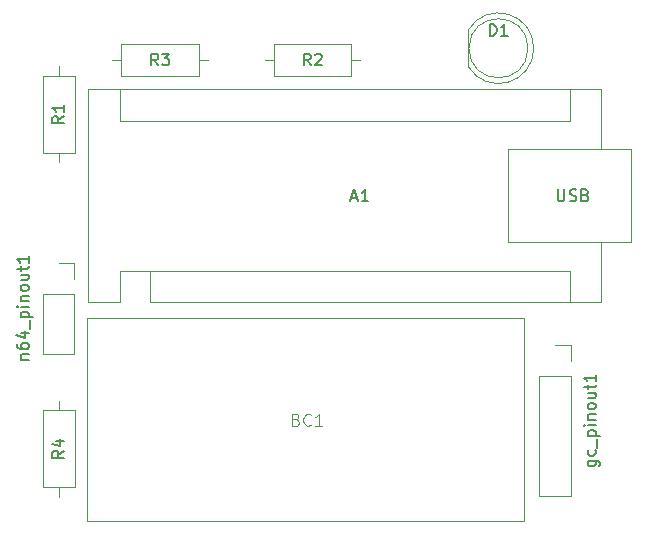
<source format=gto>
G04 #@! TF.GenerationSoftware,KiCad,Pcbnew,9.0.0*
G04 #@! TF.CreationDate,2025-03-24T14:59:24-06:00*
G04 #@! TF.ProjectId,gc_2_n64,67635f32-5f6e-4363-942e-6b696361645f,rev?*
G04 #@! TF.SameCoordinates,Original*
G04 #@! TF.FileFunction,Legend,Top*
G04 #@! TF.FilePolarity,Positive*
%FSLAX46Y46*%
G04 Gerber Fmt 4.6, Leading zero omitted, Abs format (unit mm)*
G04 Created by KiCad (PCBNEW 9.0.0) date 2025-03-24 14:59:24*
%MOMM*%
%LPD*%
G01*
G04 APERTURE LIST*
%ADD10C,0.150000*%
%ADD11C,0.100000*%
%ADD12C,0.120000*%
%ADD13C,1.600000*%
%ADD14O,1.600000X1.600000*%
%ADD15R,1.600000X1.600000*%
%ADD16C,2.540000*%
%ADD17R,1.800000X1.800000*%
%ADD18C,1.800000*%
%ADD19R,1.700000X1.700000*%
%ADD20O,1.700000X1.700000*%
G04 APERTURE END LIST*
D10*
X92454819Y-130246666D02*
X91978628Y-130579999D01*
X92454819Y-130818094D02*
X91454819Y-130818094D01*
X91454819Y-130818094D02*
X91454819Y-130437142D01*
X91454819Y-130437142D02*
X91502438Y-130341904D01*
X91502438Y-130341904D02*
X91550057Y-130294285D01*
X91550057Y-130294285D02*
X91645295Y-130246666D01*
X91645295Y-130246666D02*
X91788152Y-130246666D01*
X91788152Y-130246666D02*
X91883390Y-130294285D01*
X91883390Y-130294285D02*
X91931009Y-130341904D01*
X91931009Y-130341904D02*
X91978628Y-130437142D01*
X91978628Y-130437142D02*
X91978628Y-130818094D01*
X92454819Y-129294285D02*
X92454819Y-129865713D01*
X92454819Y-129579999D02*
X91454819Y-129579999D01*
X91454819Y-129579999D02*
X91597676Y-129675237D01*
X91597676Y-129675237D02*
X91692914Y-129770475D01*
X91692914Y-129770475D02*
X91740533Y-129865713D01*
X92454819Y-158586666D02*
X91978628Y-158919999D01*
X92454819Y-159158094D02*
X91454819Y-159158094D01*
X91454819Y-159158094D02*
X91454819Y-158777142D01*
X91454819Y-158777142D02*
X91502438Y-158681904D01*
X91502438Y-158681904D02*
X91550057Y-158634285D01*
X91550057Y-158634285D02*
X91645295Y-158586666D01*
X91645295Y-158586666D02*
X91788152Y-158586666D01*
X91788152Y-158586666D02*
X91883390Y-158634285D01*
X91883390Y-158634285D02*
X91931009Y-158681904D01*
X91931009Y-158681904D02*
X91978628Y-158777142D01*
X91978628Y-158777142D02*
X91978628Y-159158094D01*
X91788152Y-157729523D02*
X92454819Y-157729523D01*
X91407200Y-157967618D02*
X92121485Y-158205713D01*
X92121485Y-158205713D02*
X92121485Y-157586666D01*
X116785714Y-137169104D02*
X117261904Y-137169104D01*
X116690476Y-137454819D02*
X117023809Y-136454819D01*
X117023809Y-136454819D02*
X117357142Y-137454819D01*
X118214285Y-137454819D02*
X117642857Y-137454819D01*
X117928571Y-137454819D02*
X117928571Y-136454819D01*
X117928571Y-136454819D02*
X117833333Y-136597676D01*
X117833333Y-136597676D02*
X117738095Y-136692914D01*
X117738095Y-136692914D02*
X117642857Y-136740533D01*
X134248095Y-136444819D02*
X134248095Y-137254342D01*
X134248095Y-137254342D02*
X134295714Y-137349580D01*
X134295714Y-137349580D02*
X134343333Y-137397200D01*
X134343333Y-137397200D02*
X134438571Y-137444819D01*
X134438571Y-137444819D02*
X134629047Y-137444819D01*
X134629047Y-137444819D02*
X134724285Y-137397200D01*
X134724285Y-137397200D02*
X134771904Y-137349580D01*
X134771904Y-137349580D02*
X134819523Y-137254342D01*
X134819523Y-137254342D02*
X134819523Y-136444819D01*
X135248095Y-137397200D02*
X135390952Y-137444819D01*
X135390952Y-137444819D02*
X135629047Y-137444819D01*
X135629047Y-137444819D02*
X135724285Y-137397200D01*
X135724285Y-137397200D02*
X135771904Y-137349580D01*
X135771904Y-137349580D02*
X135819523Y-137254342D01*
X135819523Y-137254342D02*
X135819523Y-137159104D01*
X135819523Y-137159104D02*
X135771904Y-137063866D01*
X135771904Y-137063866D02*
X135724285Y-137016247D01*
X135724285Y-137016247D02*
X135629047Y-136968628D01*
X135629047Y-136968628D02*
X135438571Y-136921009D01*
X135438571Y-136921009D02*
X135343333Y-136873390D01*
X135343333Y-136873390D02*
X135295714Y-136825771D01*
X135295714Y-136825771D02*
X135248095Y-136730533D01*
X135248095Y-136730533D02*
X135248095Y-136635295D01*
X135248095Y-136635295D02*
X135295714Y-136540057D01*
X135295714Y-136540057D02*
X135343333Y-136492438D01*
X135343333Y-136492438D02*
X135438571Y-136444819D01*
X135438571Y-136444819D02*
X135676666Y-136444819D01*
X135676666Y-136444819D02*
X135819523Y-136492438D01*
X136581428Y-136921009D02*
X136724285Y-136968628D01*
X136724285Y-136968628D02*
X136771904Y-137016247D01*
X136771904Y-137016247D02*
X136819523Y-137111485D01*
X136819523Y-137111485D02*
X136819523Y-137254342D01*
X136819523Y-137254342D02*
X136771904Y-137349580D01*
X136771904Y-137349580D02*
X136724285Y-137397200D01*
X136724285Y-137397200D02*
X136629047Y-137444819D01*
X136629047Y-137444819D02*
X136248095Y-137444819D01*
X136248095Y-137444819D02*
X136248095Y-136444819D01*
X136248095Y-136444819D02*
X136581428Y-136444819D01*
X136581428Y-136444819D02*
X136676666Y-136492438D01*
X136676666Y-136492438D02*
X136724285Y-136540057D01*
X136724285Y-136540057D02*
X136771904Y-136635295D01*
X136771904Y-136635295D02*
X136771904Y-136730533D01*
X136771904Y-136730533D02*
X136724285Y-136825771D01*
X136724285Y-136825771D02*
X136676666Y-136873390D01*
X136676666Y-136873390D02*
X136581428Y-136921009D01*
X136581428Y-136921009D02*
X136248095Y-136921009D01*
D11*
X112095238Y-155933609D02*
X112238095Y-155981228D01*
X112238095Y-155981228D02*
X112285714Y-156028847D01*
X112285714Y-156028847D02*
X112333333Y-156124085D01*
X112333333Y-156124085D02*
X112333333Y-156266942D01*
X112333333Y-156266942D02*
X112285714Y-156362180D01*
X112285714Y-156362180D02*
X112238095Y-156409800D01*
X112238095Y-156409800D02*
X112142857Y-156457419D01*
X112142857Y-156457419D02*
X111761905Y-156457419D01*
X111761905Y-156457419D02*
X111761905Y-155457419D01*
X111761905Y-155457419D02*
X112095238Y-155457419D01*
X112095238Y-155457419D02*
X112190476Y-155505038D01*
X112190476Y-155505038D02*
X112238095Y-155552657D01*
X112238095Y-155552657D02*
X112285714Y-155647895D01*
X112285714Y-155647895D02*
X112285714Y-155743133D01*
X112285714Y-155743133D02*
X112238095Y-155838371D01*
X112238095Y-155838371D02*
X112190476Y-155885990D01*
X112190476Y-155885990D02*
X112095238Y-155933609D01*
X112095238Y-155933609D02*
X111761905Y-155933609D01*
X113333333Y-156362180D02*
X113285714Y-156409800D01*
X113285714Y-156409800D02*
X113142857Y-156457419D01*
X113142857Y-156457419D02*
X113047619Y-156457419D01*
X113047619Y-156457419D02*
X112904762Y-156409800D01*
X112904762Y-156409800D02*
X112809524Y-156314561D01*
X112809524Y-156314561D02*
X112761905Y-156219323D01*
X112761905Y-156219323D02*
X112714286Y-156028847D01*
X112714286Y-156028847D02*
X112714286Y-155885990D01*
X112714286Y-155885990D02*
X112761905Y-155695514D01*
X112761905Y-155695514D02*
X112809524Y-155600276D01*
X112809524Y-155600276D02*
X112904762Y-155505038D01*
X112904762Y-155505038D02*
X113047619Y-155457419D01*
X113047619Y-155457419D02*
X113142857Y-155457419D01*
X113142857Y-155457419D02*
X113285714Y-155505038D01*
X113285714Y-155505038D02*
X113333333Y-155552657D01*
X114285714Y-156457419D02*
X113714286Y-156457419D01*
X114000000Y-156457419D02*
X114000000Y-155457419D01*
X114000000Y-155457419D02*
X113904762Y-155600276D01*
X113904762Y-155600276D02*
X113809524Y-155695514D01*
X113809524Y-155695514D02*
X113714286Y-155743133D01*
D10*
X100413333Y-125954819D02*
X100080000Y-125478628D01*
X99841905Y-125954819D02*
X99841905Y-124954819D01*
X99841905Y-124954819D02*
X100222857Y-124954819D01*
X100222857Y-124954819D02*
X100318095Y-125002438D01*
X100318095Y-125002438D02*
X100365714Y-125050057D01*
X100365714Y-125050057D02*
X100413333Y-125145295D01*
X100413333Y-125145295D02*
X100413333Y-125288152D01*
X100413333Y-125288152D02*
X100365714Y-125383390D01*
X100365714Y-125383390D02*
X100318095Y-125431009D01*
X100318095Y-125431009D02*
X100222857Y-125478628D01*
X100222857Y-125478628D02*
X99841905Y-125478628D01*
X100746667Y-124954819D02*
X101365714Y-124954819D01*
X101365714Y-124954819D02*
X101032381Y-125335771D01*
X101032381Y-125335771D02*
X101175238Y-125335771D01*
X101175238Y-125335771D02*
X101270476Y-125383390D01*
X101270476Y-125383390D02*
X101318095Y-125431009D01*
X101318095Y-125431009D02*
X101365714Y-125526247D01*
X101365714Y-125526247D02*
X101365714Y-125764342D01*
X101365714Y-125764342D02*
X101318095Y-125859580D01*
X101318095Y-125859580D02*
X101270476Y-125907200D01*
X101270476Y-125907200D02*
X101175238Y-125954819D01*
X101175238Y-125954819D02*
X100889524Y-125954819D01*
X100889524Y-125954819D02*
X100794286Y-125907200D01*
X100794286Y-125907200D02*
X100746667Y-125859580D01*
X128496905Y-123454819D02*
X128496905Y-122454819D01*
X128496905Y-122454819D02*
X128735000Y-122454819D01*
X128735000Y-122454819D02*
X128877857Y-122502438D01*
X128877857Y-122502438D02*
X128973095Y-122597676D01*
X128973095Y-122597676D02*
X129020714Y-122692914D01*
X129020714Y-122692914D02*
X129068333Y-122883390D01*
X129068333Y-122883390D02*
X129068333Y-123026247D01*
X129068333Y-123026247D02*
X129020714Y-123216723D01*
X129020714Y-123216723D02*
X128973095Y-123311961D01*
X128973095Y-123311961D02*
X128877857Y-123407200D01*
X128877857Y-123407200D02*
X128735000Y-123454819D01*
X128735000Y-123454819D02*
X128496905Y-123454819D01*
X130020714Y-123454819D02*
X129449286Y-123454819D01*
X129735000Y-123454819D02*
X129735000Y-122454819D01*
X129735000Y-122454819D02*
X129639762Y-122597676D01*
X129639762Y-122597676D02*
X129544524Y-122692914D01*
X129544524Y-122692914D02*
X129449286Y-122740533D01*
X88788152Y-150857142D02*
X89454819Y-150857142D01*
X88883390Y-150857142D02*
X88835771Y-150809523D01*
X88835771Y-150809523D02*
X88788152Y-150714285D01*
X88788152Y-150714285D02*
X88788152Y-150571428D01*
X88788152Y-150571428D02*
X88835771Y-150476190D01*
X88835771Y-150476190D02*
X88931009Y-150428571D01*
X88931009Y-150428571D02*
X89454819Y-150428571D01*
X88454819Y-149523809D02*
X88454819Y-149714285D01*
X88454819Y-149714285D02*
X88502438Y-149809523D01*
X88502438Y-149809523D02*
X88550057Y-149857142D01*
X88550057Y-149857142D02*
X88692914Y-149952380D01*
X88692914Y-149952380D02*
X88883390Y-149999999D01*
X88883390Y-149999999D02*
X89264342Y-149999999D01*
X89264342Y-149999999D02*
X89359580Y-149952380D01*
X89359580Y-149952380D02*
X89407200Y-149904761D01*
X89407200Y-149904761D02*
X89454819Y-149809523D01*
X89454819Y-149809523D02*
X89454819Y-149619047D01*
X89454819Y-149619047D02*
X89407200Y-149523809D01*
X89407200Y-149523809D02*
X89359580Y-149476190D01*
X89359580Y-149476190D02*
X89264342Y-149428571D01*
X89264342Y-149428571D02*
X89026247Y-149428571D01*
X89026247Y-149428571D02*
X88931009Y-149476190D01*
X88931009Y-149476190D02*
X88883390Y-149523809D01*
X88883390Y-149523809D02*
X88835771Y-149619047D01*
X88835771Y-149619047D02*
X88835771Y-149809523D01*
X88835771Y-149809523D02*
X88883390Y-149904761D01*
X88883390Y-149904761D02*
X88931009Y-149952380D01*
X88931009Y-149952380D02*
X89026247Y-149999999D01*
X88788152Y-148571428D02*
X89454819Y-148571428D01*
X88407200Y-148809523D02*
X89121485Y-149047618D01*
X89121485Y-149047618D02*
X89121485Y-148428571D01*
X89550057Y-148285714D02*
X89550057Y-147523809D01*
X88788152Y-147285713D02*
X89788152Y-147285713D01*
X88835771Y-147285713D02*
X88788152Y-147190475D01*
X88788152Y-147190475D02*
X88788152Y-146999999D01*
X88788152Y-146999999D02*
X88835771Y-146904761D01*
X88835771Y-146904761D02*
X88883390Y-146857142D01*
X88883390Y-146857142D02*
X88978628Y-146809523D01*
X88978628Y-146809523D02*
X89264342Y-146809523D01*
X89264342Y-146809523D02*
X89359580Y-146857142D01*
X89359580Y-146857142D02*
X89407200Y-146904761D01*
X89407200Y-146904761D02*
X89454819Y-146999999D01*
X89454819Y-146999999D02*
X89454819Y-147190475D01*
X89454819Y-147190475D02*
X89407200Y-147285713D01*
X89454819Y-146380951D02*
X88788152Y-146380951D01*
X88454819Y-146380951D02*
X88502438Y-146428570D01*
X88502438Y-146428570D02*
X88550057Y-146380951D01*
X88550057Y-146380951D02*
X88502438Y-146333332D01*
X88502438Y-146333332D02*
X88454819Y-146380951D01*
X88454819Y-146380951D02*
X88550057Y-146380951D01*
X88788152Y-145904761D02*
X89454819Y-145904761D01*
X88883390Y-145904761D02*
X88835771Y-145857142D01*
X88835771Y-145857142D02*
X88788152Y-145761904D01*
X88788152Y-145761904D02*
X88788152Y-145619047D01*
X88788152Y-145619047D02*
X88835771Y-145523809D01*
X88835771Y-145523809D02*
X88931009Y-145476190D01*
X88931009Y-145476190D02*
X89454819Y-145476190D01*
X89454819Y-144857142D02*
X89407200Y-144952380D01*
X89407200Y-144952380D02*
X89359580Y-144999999D01*
X89359580Y-144999999D02*
X89264342Y-145047618D01*
X89264342Y-145047618D02*
X88978628Y-145047618D01*
X88978628Y-145047618D02*
X88883390Y-144999999D01*
X88883390Y-144999999D02*
X88835771Y-144952380D01*
X88835771Y-144952380D02*
X88788152Y-144857142D01*
X88788152Y-144857142D02*
X88788152Y-144714285D01*
X88788152Y-144714285D02*
X88835771Y-144619047D01*
X88835771Y-144619047D02*
X88883390Y-144571428D01*
X88883390Y-144571428D02*
X88978628Y-144523809D01*
X88978628Y-144523809D02*
X89264342Y-144523809D01*
X89264342Y-144523809D02*
X89359580Y-144571428D01*
X89359580Y-144571428D02*
X89407200Y-144619047D01*
X89407200Y-144619047D02*
X89454819Y-144714285D01*
X89454819Y-144714285D02*
X89454819Y-144857142D01*
X88788152Y-143666666D02*
X89454819Y-143666666D01*
X88788152Y-144095237D02*
X89311961Y-144095237D01*
X89311961Y-144095237D02*
X89407200Y-144047618D01*
X89407200Y-144047618D02*
X89454819Y-143952380D01*
X89454819Y-143952380D02*
X89454819Y-143809523D01*
X89454819Y-143809523D02*
X89407200Y-143714285D01*
X89407200Y-143714285D02*
X89359580Y-143666666D01*
X88788152Y-143333332D02*
X88788152Y-142952380D01*
X88454819Y-143190475D02*
X89311961Y-143190475D01*
X89311961Y-143190475D02*
X89407200Y-143142856D01*
X89407200Y-143142856D02*
X89454819Y-143047618D01*
X89454819Y-143047618D02*
X89454819Y-142952380D01*
X89454819Y-142095237D02*
X89454819Y-142666665D01*
X89454819Y-142380951D02*
X88454819Y-142380951D01*
X88454819Y-142380951D02*
X88597676Y-142476189D01*
X88597676Y-142476189D02*
X88692914Y-142571427D01*
X88692914Y-142571427D02*
X88740533Y-142666665D01*
X136788152Y-159414762D02*
X137597676Y-159414762D01*
X137597676Y-159414762D02*
X137692914Y-159462381D01*
X137692914Y-159462381D02*
X137740533Y-159510000D01*
X137740533Y-159510000D02*
X137788152Y-159605238D01*
X137788152Y-159605238D02*
X137788152Y-159748095D01*
X137788152Y-159748095D02*
X137740533Y-159843333D01*
X137407200Y-159414762D02*
X137454819Y-159510000D01*
X137454819Y-159510000D02*
X137454819Y-159700476D01*
X137454819Y-159700476D02*
X137407200Y-159795714D01*
X137407200Y-159795714D02*
X137359580Y-159843333D01*
X137359580Y-159843333D02*
X137264342Y-159890952D01*
X137264342Y-159890952D02*
X136978628Y-159890952D01*
X136978628Y-159890952D02*
X136883390Y-159843333D01*
X136883390Y-159843333D02*
X136835771Y-159795714D01*
X136835771Y-159795714D02*
X136788152Y-159700476D01*
X136788152Y-159700476D02*
X136788152Y-159510000D01*
X136788152Y-159510000D02*
X136835771Y-159414762D01*
X137407200Y-158510000D02*
X137454819Y-158605238D01*
X137454819Y-158605238D02*
X137454819Y-158795714D01*
X137454819Y-158795714D02*
X137407200Y-158890952D01*
X137407200Y-158890952D02*
X137359580Y-158938571D01*
X137359580Y-158938571D02*
X137264342Y-158986190D01*
X137264342Y-158986190D02*
X136978628Y-158986190D01*
X136978628Y-158986190D02*
X136883390Y-158938571D01*
X136883390Y-158938571D02*
X136835771Y-158890952D01*
X136835771Y-158890952D02*
X136788152Y-158795714D01*
X136788152Y-158795714D02*
X136788152Y-158605238D01*
X136788152Y-158605238D02*
X136835771Y-158510000D01*
X137550057Y-158319524D02*
X137550057Y-157557619D01*
X136788152Y-157319523D02*
X137788152Y-157319523D01*
X136835771Y-157319523D02*
X136788152Y-157224285D01*
X136788152Y-157224285D02*
X136788152Y-157033809D01*
X136788152Y-157033809D02*
X136835771Y-156938571D01*
X136835771Y-156938571D02*
X136883390Y-156890952D01*
X136883390Y-156890952D02*
X136978628Y-156843333D01*
X136978628Y-156843333D02*
X137264342Y-156843333D01*
X137264342Y-156843333D02*
X137359580Y-156890952D01*
X137359580Y-156890952D02*
X137407200Y-156938571D01*
X137407200Y-156938571D02*
X137454819Y-157033809D01*
X137454819Y-157033809D02*
X137454819Y-157224285D01*
X137454819Y-157224285D02*
X137407200Y-157319523D01*
X137454819Y-156414761D02*
X136788152Y-156414761D01*
X136454819Y-156414761D02*
X136502438Y-156462380D01*
X136502438Y-156462380D02*
X136550057Y-156414761D01*
X136550057Y-156414761D02*
X136502438Y-156367142D01*
X136502438Y-156367142D02*
X136454819Y-156414761D01*
X136454819Y-156414761D02*
X136550057Y-156414761D01*
X136788152Y-155938571D02*
X137454819Y-155938571D01*
X136883390Y-155938571D02*
X136835771Y-155890952D01*
X136835771Y-155890952D02*
X136788152Y-155795714D01*
X136788152Y-155795714D02*
X136788152Y-155652857D01*
X136788152Y-155652857D02*
X136835771Y-155557619D01*
X136835771Y-155557619D02*
X136931009Y-155510000D01*
X136931009Y-155510000D02*
X137454819Y-155510000D01*
X137454819Y-154890952D02*
X137407200Y-154986190D01*
X137407200Y-154986190D02*
X137359580Y-155033809D01*
X137359580Y-155033809D02*
X137264342Y-155081428D01*
X137264342Y-155081428D02*
X136978628Y-155081428D01*
X136978628Y-155081428D02*
X136883390Y-155033809D01*
X136883390Y-155033809D02*
X136835771Y-154986190D01*
X136835771Y-154986190D02*
X136788152Y-154890952D01*
X136788152Y-154890952D02*
X136788152Y-154748095D01*
X136788152Y-154748095D02*
X136835771Y-154652857D01*
X136835771Y-154652857D02*
X136883390Y-154605238D01*
X136883390Y-154605238D02*
X136978628Y-154557619D01*
X136978628Y-154557619D02*
X137264342Y-154557619D01*
X137264342Y-154557619D02*
X137359580Y-154605238D01*
X137359580Y-154605238D02*
X137407200Y-154652857D01*
X137407200Y-154652857D02*
X137454819Y-154748095D01*
X137454819Y-154748095D02*
X137454819Y-154890952D01*
X136788152Y-153700476D02*
X137454819Y-153700476D01*
X136788152Y-154129047D02*
X137311961Y-154129047D01*
X137311961Y-154129047D02*
X137407200Y-154081428D01*
X137407200Y-154081428D02*
X137454819Y-153986190D01*
X137454819Y-153986190D02*
X137454819Y-153843333D01*
X137454819Y-153843333D02*
X137407200Y-153748095D01*
X137407200Y-153748095D02*
X137359580Y-153700476D01*
X136788152Y-153367142D02*
X136788152Y-152986190D01*
X136454819Y-153224285D02*
X137311961Y-153224285D01*
X137311961Y-153224285D02*
X137407200Y-153176666D01*
X137407200Y-153176666D02*
X137454819Y-153081428D01*
X137454819Y-153081428D02*
X137454819Y-152986190D01*
X137454819Y-152129047D02*
X137454819Y-152700475D01*
X137454819Y-152414761D02*
X136454819Y-152414761D01*
X136454819Y-152414761D02*
X136597676Y-152509999D01*
X136597676Y-152509999D02*
X136692914Y-152605237D01*
X136692914Y-152605237D02*
X136740533Y-152700475D01*
X113333333Y-125954819D02*
X113000000Y-125478628D01*
X112761905Y-125954819D02*
X112761905Y-124954819D01*
X112761905Y-124954819D02*
X113142857Y-124954819D01*
X113142857Y-124954819D02*
X113238095Y-125002438D01*
X113238095Y-125002438D02*
X113285714Y-125050057D01*
X113285714Y-125050057D02*
X113333333Y-125145295D01*
X113333333Y-125145295D02*
X113333333Y-125288152D01*
X113333333Y-125288152D02*
X113285714Y-125383390D01*
X113285714Y-125383390D02*
X113238095Y-125431009D01*
X113238095Y-125431009D02*
X113142857Y-125478628D01*
X113142857Y-125478628D02*
X112761905Y-125478628D01*
X113714286Y-125050057D02*
X113761905Y-125002438D01*
X113761905Y-125002438D02*
X113857143Y-124954819D01*
X113857143Y-124954819D02*
X114095238Y-124954819D01*
X114095238Y-124954819D02*
X114190476Y-125002438D01*
X114190476Y-125002438D02*
X114238095Y-125050057D01*
X114238095Y-125050057D02*
X114285714Y-125145295D01*
X114285714Y-125145295D02*
X114285714Y-125240533D01*
X114285714Y-125240533D02*
X114238095Y-125383390D01*
X114238095Y-125383390D02*
X113666667Y-125954819D01*
X113666667Y-125954819D02*
X114285714Y-125954819D01*
D12*
X90630000Y-126810000D02*
X90630000Y-133350000D01*
X90630000Y-133350000D02*
X93370000Y-133350000D01*
X92000000Y-126040000D02*
X92000000Y-126810000D01*
X92000000Y-134120000D02*
X92000000Y-133350000D01*
X93370000Y-126810000D02*
X90630000Y-126810000D01*
X93370000Y-133350000D02*
X93370000Y-126810000D01*
X90630000Y-155150000D02*
X90630000Y-161690000D01*
X90630000Y-161690000D02*
X93370000Y-161690000D01*
X92000000Y-154380000D02*
X92000000Y-155150000D01*
X92000000Y-162460000D02*
X92000000Y-161690000D01*
X93370000Y-155150000D02*
X90630000Y-155150000D01*
X93370000Y-161690000D02*
X93370000Y-155150000D01*
X94510000Y-127970000D02*
X94510000Y-146010000D01*
X94510000Y-146010000D02*
X97180000Y-146010000D01*
X97180000Y-130640000D02*
X97180000Y-127970000D01*
X97180000Y-130640000D02*
X135280000Y-130640000D01*
X97180000Y-143340000D02*
X97180000Y-146010000D01*
X99720000Y-143340000D02*
X97180000Y-143340000D01*
X99720000Y-143340000D02*
X99720000Y-146010000D01*
X99720000Y-143340000D02*
X135280000Y-143340000D01*
X99720000Y-146010000D02*
X137950000Y-146010000D01*
X130070000Y-133050000D02*
X140490000Y-133050000D01*
X130070000Y-140930000D02*
X130070000Y-133050000D01*
X135280000Y-130640000D02*
X135280000Y-127970000D01*
X135280000Y-143340000D02*
X135280000Y-146010000D01*
X137950000Y-127970000D02*
X94510000Y-127970000D01*
X137950000Y-127970000D02*
X137950000Y-133050000D01*
X137950000Y-146010000D02*
X137950000Y-140930000D01*
X140490000Y-133050000D02*
X140490000Y-140930000D01*
X140490000Y-140930000D02*
X130070000Y-140930000D01*
D11*
X131400000Y-164500000D02*
X94400000Y-164500000D01*
X94400000Y-147300000D01*
X131400000Y-147300000D01*
X131400000Y-164500000D01*
D12*
X96540000Y-125500000D02*
X97310000Y-125500000D01*
X97310000Y-124130000D02*
X97310000Y-126870000D01*
X97310000Y-126870000D02*
X103850000Y-126870000D01*
X103850000Y-124130000D02*
X97310000Y-124130000D01*
X103850000Y-126870000D02*
X103850000Y-124130000D01*
X104620000Y-125500000D02*
X103850000Y-125500000D01*
X126670000Y-122955000D02*
X126670000Y-126045000D01*
X126670000Y-122955170D02*
G75*
G02*
X132220000Y-124499952I2560000J-1544830D01*
G01*
X132220000Y-124500048D02*
G75*
G02*
X126670000Y-126044830I-2990000J48D01*
G01*
X131730000Y-124500000D02*
G75*
G02*
X126730000Y-124500000I-2500000J0D01*
G01*
X126730000Y-124500000D02*
G75*
G02*
X131730000Y-124500000I2500000J0D01*
G01*
X90670000Y-145270000D02*
X90670000Y-150410000D01*
X90670000Y-145270000D02*
X93330000Y-145270000D01*
X90670000Y-150410000D02*
X93330000Y-150410000D01*
X92000000Y-142670000D02*
X93330000Y-142670000D01*
X93330000Y-142670000D02*
X93330000Y-144000000D01*
X93330000Y-145270000D02*
X93330000Y-150410000D01*
X132670000Y-152230000D02*
X132670000Y-162450000D01*
X132670000Y-152230000D02*
X135330000Y-152230000D01*
X132670000Y-162450000D02*
X135330000Y-162450000D01*
X134000000Y-149630000D02*
X135330000Y-149630000D01*
X135330000Y-149630000D02*
X135330000Y-150960000D01*
X135330000Y-152230000D02*
X135330000Y-162450000D01*
X109460000Y-125500000D02*
X110230000Y-125500000D01*
X110230000Y-124130000D02*
X110230000Y-126870000D01*
X110230000Y-126870000D02*
X116770000Y-126870000D01*
X116770000Y-124130000D02*
X110230000Y-124130000D01*
X116770000Y-126870000D02*
X116770000Y-124130000D01*
X117540000Y-125500000D02*
X116770000Y-125500000D01*
%LPC*%
D13*
X92000000Y-125000000D03*
D14*
X92000000Y-135160000D03*
D13*
X92000000Y-153340000D03*
D14*
X92000000Y-163500000D03*
D15*
X98450000Y-144610000D03*
D14*
X100990000Y-144610000D03*
X103530000Y-144610000D03*
X106070000Y-144610000D03*
X108610000Y-144610000D03*
X111150000Y-144610000D03*
X113690000Y-144610000D03*
X116230000Y-144610000D03*
X118770000Y-144610000D03*
X121310000Y-144610000D03*
X123850000Y-144610000D03*
X126390000Y-144610000D03*
X128930000Y-144610000D03*
X131470000Y-144610000D03*
X134010000Y-144610000D03*
X134010000Y-129370000D03*
X131470000Y-129370000D03*
X128930000Y-129370000D03*
X126390000Y-129370000D03*
X123850000Y-129370000D03*
X121310000Y-129370000D03*
X118770000Y-129370000D03*
X116230000Y-129370000D03*
X113690000Y-129370000D03*
X111150000Y-129370000D03*
X108610000Y-129370000D03*
X106070000Y-129370000D03*
X103530000Y-129370000D03*
X100990000Y-129370000D03*
X98450000Y-129370000D03*
D16*
X97800000Y-159200000D03*
X97800000Y-152500000D03*
X128300000Y-159200000D03*
X128300000Y-152500000D03*
D13*
X105660000Y-125500000D03*
D14*
X95500000Y-125500000D03*
D17*
X127960000Y-124500000D03*
D18*
X130500000Y-124500000D03*
D19*
X92000000Y-144000000D03*
D20*
X92000000Y-146540000D03*
X92000000Y-149080000D03*
D19*
X134000000Y-150960000D03*
D20*
X134000000Y-153500000D03*
X134000000Y-156040000D03*
X134000000Y-158580000D03*
X134000000Y-161120000D03*
D13*
X108420000Y-125500000D03*
D14*
X118580000Y-125500000D03*
%LPD*%
M02*

</source>
